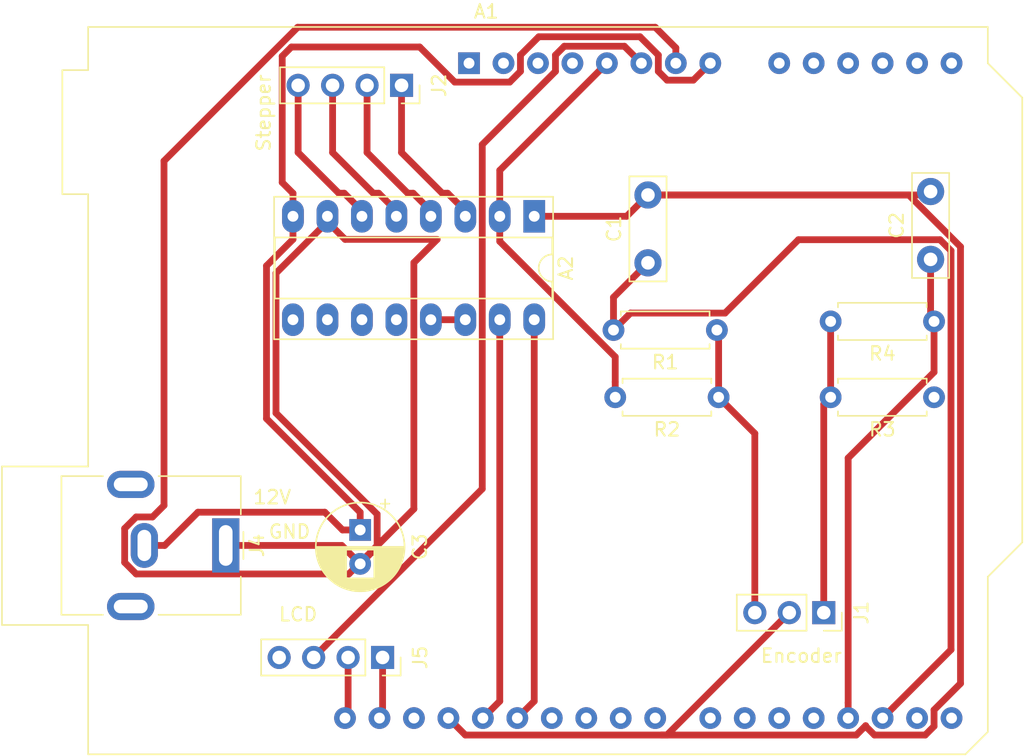
<source format=kicad_pcb>
(kicad_pcb (version 20171130) (host pcbnew "(5.1.2)-2")

  (general
    (thickness 1.6)
    (drawings 5)
    (tracks 136)
    (zones 0)
    (modules 13)
    (nets 45)
  )

  (page A4)
  (layers
    (0 F.Cu signal)
    (31 B.Cu signal)
    (32 B.Adhes user)
    (33 F.Adhes user)
    (34 B.Paste user)
    (35 F.Paste user)
    (36 B.SilkS user)
    (37 F.SilkS user)
    (38 B.Mask user)
    (39 F.Mask user)
    (40 Dwgs.User user)
    (41 Cmts.User user)
    (42 Eco1.User user)
    (43 Eco2.User user)
    (44 Edge.Cuts user)
    (45 Margin user)
    (46 B.CrtYd user)
    (47 F.CrtYd user)
    (48 B.Fab user)
    (49 F.Fab user)
  )

  (setup
    (last_trace_width 0.5)
    (user_trace_width 0.5)
    (trace_clearance 0.2)
    (zone_clearance 0.508)
    (zone_45_only no)
    (trace_min 0.2)
    (via_size 0.8)
    (via_drill 0.4)
    (via_min_size 0.4)
    (via_min_drill 0.3)
    (uvia_size 0.3)
    (uvia_drill 0.1)
    (uvias_allowed no)
    (uvia_min_size 0.2)
    (uvia_min_drill 0.1)
    (edge_width 0.05)
    (segment_width 0.2)
    (pcb_text_width 0.3)
    (pcb_text_size 1.5 1.5)
    (mod_edge_width 0.12)
    (mod_text_size 1 1)
    (mod_text_width 0.15)
    (pad_size 1.524 1.524)
    (pad_drill 0.762)
    (pad_to_mask_clearance 0.051)
    (solder_mask_min_width 0.25)
    (aux_axis_origin 0 0)
    (visible_elements 7FFFFFFF)
    (pcbplotparams
      (layerselection 0x010fc_ffffffff)
      (usegerberextensions false)
      (usegerberattributes false)
      (usegerberadvancedattributes false)
      (creategerberjobfile false)
      (excludeedgelayer true)
      (linewidth 0.100000)
      (plotframeref false)
      (viasonmask false)
      (mode 1)
      (useauxorigin false)
      (hpglpennumber 1)
      (hpglpenspeed 20)
      (hpglpendiameter 15.000000)
      (psnegative false)
      (psa4output false)
      (plotreference true)
      (plotvalue true)
      (plotinvisibletext false)
      (padsonsilk false)
      (subtractmaskfromsilk false)
      (outputformat 1)
      (mirror false)
      (drillshape 1)
      (scaleselection 1)
      (outputdirectory ""))
  )

  (net 0 "")
  (net 1 "Net-(A1-Pad32)")
  (net 2 "Net-(A1-Pad31)")
  (net 3 "Net-(A1-Pad1)")
  (net 4 "Net-(A1-Pad17)")
  (net 5 "Net-(A1-Pad2)")
  (net 6 "Net-(A1-Pad18)")
  (net 7 "Net-(A1-Pad3)")
  (net 8 "Net-(A1-Pad19)")
  (net 9 "Net-(A1-Pad4)")
  (net 10 "Net-(A1-Pad20)")
  (net 11 "Net-(A1-Pad5)")
  (net 12 "Net-(A1-Pad21)")
  (net 13 "Net-(A1-Pad6)")
  (net 14 "Net-(A1-Pad22)")
  (net 15 "Net-(A1-Pad7)")
  (net 16 "Net-(A1-Pad23)")
  (net 17 "Net-(A1-Pad8)")
  (net 18 "Net-(A1-Pad24)")
  (net 19 "Net-(A1-Pad9)")
  (net 20 "Net-(A1-Pad25)")
  (net 21 "Net-(A1-Pad10)")
  (net 22 "Net-(A1-Pad26)")
  (net 23 "Net-(A1-Pad11)")
  (net 24 "Net-(A1-Pad27)")
  (net 25 "Net-(A1-Pad12)")
  (net 26 "Net-(A1-Pad28)")
  (net 27 "Net-(A1-Pad13)")
  (net 28 "Net-(A1-Pad29)")
  (net 29 "Net-(A1-Pad14)")
  (net 30 "Net-(A1-Pad30)")
  (net 31 "Net-(A1-Pad15)")
  (net 32 "Net-(A1-Pad16)")
  (net 33 "Net-(A2-Pad9)")
  (net 34 "Net-(A2-Pad10)")
  (net 35 "Net-(A2-Pad3)")
  (net 36 "Net-(A2-Pad11)")
  (net 37 "Net-(A2-Pad4)")
  (net 38 "Net-(A2-Pad12)")
  (net 39 "Net-(A2-Pad5)")
  (net 40 "Net-(A2-Pad13)")
  (net 41 "Net-(A2-Pad6)")
  (net 42 "Net-(J1-Pad1)")
  (net 43 "Net-(J1-Pad3)")
  (net 44 "Net-(J5-Pad4)")

  (net_class Default "This is the default net class."
    (clearance 0.2)
    (trace_width 0.25)
    (via_dia 0.8)
    (via_drill 0.4)
    (uvia_dia 0.3)
    (uvia_drill 0.1)
    (add_net "Net-(A1-Pad1)")
    (add_net "Net-(A1-Pad10)")
    (add_net "Net-(A1-Pad11)")
    (add_net "Net-(A1-Pad12)")
    (add_net "Net-(A1-Pad13)")
    (add_net "Net-(A1-Pad14)")
    (add_net "Net-(A1-Pad15)")
    (add_net "Net-(A1-Pad16)")
    (add_net "Net-(A1-Pad17)")
    (add_net "Net-(A1-Pad18)")
    (add_net "Net-(A1-Pad19)")
    (add_net "Net-(A1-Pad2)")
    (add_net "Net-(A1-Pad20)")
    (add_net "Net-(A1-Pad21)")
    (add_net "Net-(A1-Pad22)")
    (add_net "Net-(A1-Pad23)")
    (add_net "Net-(A1-Pad24)")
    (add_net "Net-(A1-Pad25)")
    (add_net "Net-(A1-Pad26)")
    (add_net "Net-(A1-Pad27)")
    (add_net "Net-(A1-Pad28)")
    (add_net "Net-(A1-Pad29)")
    (add_net "Net-(A1-Pad3)")
    (add_net "Net-(A1-Pad30)")
    (add_net "Net-(A1-Pad31)")
    (add_net "Net-(A1-Pad32)")
    (add_net "Net-(A1-Pad4)")
    (add_net "Net-(A1-Pad5)")
    (add_net "Net-(A1-Pad6)")
    (add_net "Net-(A1-Pad7)")
    (add_net "Net-(A1-Pad8)")
    (add_net "Net-(A1-Pad9)")
    (add_net "Net-(A2-Pad10)")
    (add_net "Net-(A2-Pad11)")
    (add_net "Net-(A2-Pad12)")
    (add_net "Net-(A2-Pad13)")
    (add_net "Net-(A2-Pad3)")
    (add_net "Net-(A2-Pad4)")
    (add_net "Net-(A2-Pad5)")
    (add_net "Net-(A2-Pad6)")
    (add_net "Net-(A2-Pad9)")
    (add_net "Net-(J1-Pad1)")
    (add_net "Net-(J1-Pad3)")
    (add_net "Net-(J5-Pad4)")
  )

  (module Module:Arduino_UNO_R3 (layer F.Cu) (tedit 58AB60FC) (tstamp 60B37C4A)
    (at 165.502001 83.079001)
    (descr "Arduino UNO R3, http://www.mouser.com/pdfdocs/Gravitech_Arduino_Nano3_0.pdf")
    (tags "Arduino UNO R3")
    (path /60B2A960)
    (fp_text reference A1 (at 1.27 -3.81 180) (layer F.SilkS)
      (effects (font (size 1 1) (thickness 0.15)))
    )
    (fp_text value Arduino_UNO_R3 (at 0 22.86) (layer F.Fab)
      (effects (font (size 1 1) (thickness 0.15)))
    )
    (fp_text user %R (at 0 20.32 180) (layer F.Fab)
      (effects (font (size 1 1) (thickness 0.15)))
    )
    (fp_line (start 38.35 -2.79) (end 38.35 0) (layer F.CrtYd) (width 0.05))
    (fp_line (start 38.35 0) (end 40.89 2.54) (layer F.CrtYd) (width 0.05))
    (fp_line (start 40.89 2.54) (end 40.89 35.31) (layer F.CrtYd) (width 0.05))
    (fp_line (start 40.89 35.31) (end 38.35 37.85) (layer F.CrtYd) (width 0.05))
    (fp_line (start 38.35 37.85) (end 38.35 49.28) (layer F.CrtYd) (width 0.05))
    (fp_line (start 38.35 49.28) (end 36.58 51.05) (layer F.CrtYd) (width 0.05))
    (fp_line (start 36.58 51.05) (end -28.19 51.05) (layer F.CrtYd) (width 0.05))
    (fp_line (start -28.19 51.05) (end -28.19 41.53) (layer F.CrtYd) (width 0.05))
    (fp_line (start -28.19 41.53) (end -34.54 41.53) (layer F.CrtYd) (width 0.05))
    (fp_line (start -34.54 41.53) (end -34.54 29.59) (layer F.CrtYd) (width 0.05))
    (fp_line (start -34.54 29.59) (end -28.19 29.59) (layer F.CrtYd) (width 0.05))
    (fp_line (start -28.19 29.59) (end -28.19 9.78) (layer F.CrtYd) (width 0.05))
    (fp_line (start -28.19 9.78) (end -30.1 9.78) (layer F.CrtYd) (width 0.05))
    (fp_line (start -30.1 9.78) (end -30.1 0.38) (layer F.CrtYd) (width 0.05))
    (fp_line (start -30.1 0.38) (end -28.19 0.38) (layer F.CrtYd) (width 0.05))
    (fp_line (start -28.19 0.38) (end -28.19 -2.79) (layer F.CrtYd) (width 0.05))
    (fp_line (start -28.19 -2.79) (end 38.35 -2.79) (layer F.CrtYd) (width 0.05))
    (fp_line (start 40.77 35.31) (end 40.77 2.54) (layer F.SilkS) (width 0.12))
    (fp_line (start 40.77 2.54) (end 38.23 0) (layer F.SilkS) (width 0.12))
    (fp_line (start 38.23 0) (end 38.23 -2.67) (layer F.SilkS) (width 0.12))
    (fp_line (start 38.23 -2.67) (end -28.07 -2.67) (layer F.SilkS) (width 0.12))
    (fp_line (start -28.07 -2.67) (end -28.07 0.51) (layer F.SilkS) (width 0.12))
    (fp_line (start -28.07 0.51) (end -29.97 0.51) (layer F.SilkS) (width 0.12))
    (fp_line (start -29.97 0.51) (end -29.97 9.65) (layer F.SilkS) (width 0.12))
    (fp_line (start -29.97 9.65) (end -28.07 9.65) (layer F.SilkS) (width 0.12))
    (fp_line (start -28.07 9.65) (end -28.07 29.72) (layer F.SilkS) (width 0.12))
    (fp_line (start -28.07 29.72) (end -34.42 29.72) (layer F.SilkS) (width 0.12))
    (fp_line (start -34.42 29.72) (end -34.42 41.4) (layer F.SilkS) (width 0.12))
    (fp_line (start -34.42 41.4) (end -28.07 41.4) (layer F.SilkS) (width 0.12))
    (fp_line (start -28.07 41.4) (end -28.07 50.93) (layer F.SilkS) (width 0.12))
    (fp_line (start -28.07 50.93) (end 36.58 50.93) (layer F.SilkS) (width 0.12))
    (fp_line (start 36.58 50.93) (end 38.23 49.28) (layer F.SilkS) (width 0.12))
    (fp_line (start 38.23 49.28) (end 38.23 37.85) (layer F.SilkS) (width 0.12))
    (fp_line (start 38.23 37.85) (end 40.77 35.31) (layer F.SilkS) (width 0.12))
    (fp_line (start -34.29 29.84) (end -18.41 29.84) (layer F.Fab) (width 0.1))
    (fp_line (start -18.41 29.84) (end -18.41 41.27) (layer F.Fab) (width 0.1))
    (fp_line (start -18.41 41.27) (end -34.29 41.27) (layer F.Fab) (width 0.1))
    (fp_line (start -34.29 41.27) (end -34.29 29.84) (layer F.Fab) (width 0.1))
    (fp_line (start -29.84 0.64) (end -16.51 0.64) (layer F.Fab) (width 0.1))
    (fp_line (start -16.51 0.64) (end -16.51 9.53) (layer F.Fab) (width 0.1))
    (fp_line (start -16.51 9.53) (end -29.84 9.53) (layer F.Fab) (width 0.1))
    (fp_line (start -29.84 9.53) (end -29.84 0.64) (layer F.Fab) (width 0.1))
    (fp_line (start 38.1 37.85) (end 38.1 49.28) (layer F.Fab) (width 0.1))
    (fp_line (start 40.64 2.54) (end 40.64 35.31) (layer F.Fab) (width 0.1))
    (fp_line (start 40.64 35.31) (end 38.1 37.85) (layer F.Fab) (width 0.1))
    (fp_line (start 38.1 -2.54) (end 38.1 0) (layer F.Fab) (width 0.1))
    (fp_line (start 38.1 0) (end 40.64 2.54) (layer F.Fab) (width 0.1))
    (fp_line (start 38.1 49.28) (end 36.58 50.8) (layer F.Fab) (width 0.1))
    (fp_line (start 36.58 50.8) (end -27.94 50.8) (layer F.Fab) (width 0.1))
    (fp_line (start -27.94 50.8) (end -27.94 -2.54) (layer F.Fab) (width 0.1))
    (fp_line (start -27.94 -2.54) (end 38.1 -2.54) (layer F.Fab) (width 0.1))
    (pad 32 thru_hole oval (at -9.14 48.26 90) (size 1.6 1.6) (drill 0.8) (layers *.Cu *.Mask)
      (net 1 "Net-(A1-Pad32)"))
    (pad 31 thru_hole oval (at -6.6 48.26 90) (size 1.6 1.6) (drill 0.8) (layers *.Cu *.Mask)
      (net 2 "Net-(A1-Pad31)"))
    (pad 1 thru_hole rect (at 0 0 90) (size 1.6 1.6) (drill 0.8) (layers *.Cu *.Mask)
      (net 3 "Net-(A1-Pad1)"))
    (pad 17 thru_hole oval (at 30.48 48.26 90) (size 1.6 1.6) (drill 0.8) (layers *.Cu *.Mask)
      (net 4 "Net-(A1-Pad17)"))
    (pad 2 thru_hole oval (at 2.54 0 90) (size 1.6 1.6) (drill 0.8) (layers *.Cu *.Mask)
      (net 5 "Net-(A1-Pad2)"))
    (pad 18 thru_hole oval (at 27.94 48.26 90) (size 1.6 1.6) (drill 0.8) (layers *.Cu *.Mask)
      (net 6 "Net-(A1-Pad18)"))
    (pad 3 thru_hole oval (at 5.08 0 90) (size 1.6 1.6) (drill 0.8) (layers *.Cu *.Mask)
      (net 7 "Net-(A1-Pad3)"))
    (pad 19 thru_hole oval (at 25.4 48.26 90) (size 1.6 1.6) (drill 0.8) (layers *.Cu *.Mask)
      (net 8 "Net-(A1-Pad19)"))
    (pad 4 thru_hole oval (at 7.62 0 90) (size 1.6 1.6) (drill 0.8) (layers *.Cu *.Mask)
      (net 9 "Net-(A1-Pad4)"))
    (pad 20 thru_hole oval (at 22.86 48.26 90) (size 1.6 1.6) (drill 0.8) (layers *.Cu *.Mask)
      (net 10 "Net-(A1-Pad20)"))
    (pad 5 thru_hole oval (at 10.16 0 90) (size 1.6 1.6) (drill 0.8) (layers *.Cu *.Mask)
      (net 11 "Net-(A1-Pad5)"))
    (pad 21 thru_hole oval (at 20.32 48.26 90) (size 1.6 1.6) (drill 0.8) (layers *.Cu *.Mask)
      (net 12 "Net-(A1-Pad21)"))
    (pad 6 thru_hole oval (at 12.7 0 90) (size 1.6 1.6) (drill 0.8) (layers *.Cu *.Mask)
      (net 13 "Net-(A1-Pad6)"))
    (pad 22 thru_hole oval (at 17.78 48.26 90) (size 1.6 1.6) (drill 0.8) (layers *.Cu *.Mask)
      (net 14 "Net-(A1-Pad22)"))
    (pad 7 thru_hole oval (at 15.24 0 90) (size 1.6 1.6) (drill 0.8) (layers *.Cu *.Mask)
      (net 15 "Net-(A1-Pad7)"))
    (pad 23 thru_hole oval (at 13.72 48.26 90) (size 1.6 1.6) (drill 0.8) (layers *.Cu *.Mask)
      (net 16 "Net-(A1-Pad23)"))
    (pad 8 thru_hole oval (at 17.78 0 90) (size 1.6 1.6) (drill 0.8) (layers *.Cu *.Mask)
      (net 17 "Net-(A1-Pad8)"))
    (pad 24 thru_hole oval (at 11.18 48.26 90) (size 1.6 1.6) (drill 0.8) (layers *.Cu *.Mask)
      (net 18 "Net-(A1-Pad24)"))
    (pad 9 thru_hole oval (at 22.86 0 90) (size 1.6 1.6) (drill 0.8) (layers *.Cu *.Mask)
      (net 19 "Net-(A1-Pad9)"))
    (pad 25 thru_hole oval (at 8.64 48.26 90) (size 1.6 1.6) (drill 0.8) (layers *.Cu *.Mask)
      (net 20 "Net-(A1-Pad25)"))
    (pad 10 thru_hole oval (at 25.4 0 90) (size 1.6 1.6) (drill 0.8) (layers *.Cu *.Mask)
      (net 21 "Net-(A1-Pad10)"))
    (pad 26 thru_hole oval (at 6.1 48.26 90) (size 1.6 1.6) (drill 0.8) (layers *.Cu *.Mask)
      (net 22 "Net-(A1-Pad26)"))
    (pad 11 thru_hole oval (at 27.94 0 90) (size 1.6 1.6) (drill 0.8) (layers *.Cu *.Mask)
      (net 23 "Net-(A1-Pad11)"))
    (pad 27 thru_hole oval (at 3.56 48.26 90) (size 1.6 1.6) (drill 0.8) (layers *.Cu *.Mask)
      (net 24 "Net-(A1-Pad27)"))
    (pad 12 thru_hole oval (at 30.48 0 90) (size 1.6 1.6) (drill 0.8) (layers *.Cu *.Mask)
      (net 25 "Net-(A1-Pad12)"))
    (pad 28 thru_hole oval (at 1.02 48.26 90) (size 1.6 1.6) (drill 0.8) (layers *.Cu *.Mask)
      (net 26 "Net-(A1-Pad28)"))
    (pad 13 thru_hole oval (at 33.02 0 90) (size 1.6 1.6) (drill 0.8) (layers *.Cu *.Mask)
      (net 27 "Net-(A1-Pad13)"))
    (pad 29 thru_hole oval (at -1.52 48.26 90) (size 1.6 1.6) (drill 0.8) (layers *.Cu *.Mask)
      (net 28 "Net-(A1-Pad29)"))
    (pad 14 thru_hole oval (at 35.56 0 90) (size 1.6 1.6) (drill 0.8) (layers *.Cu *.Mask)
      (net 29 "Net-(A1-Pad14)"))
    (pad 30 thru_hole oval (at -4.06 48.26 90) (size 1.6 1.6) (drill 0.8) (layers *.Cu *.Mask)
      (net 30 "Net-(A1-Pad30)"))
    (pad 15 thru_hole oval (at 35.56 48.26 90) (size 1.6 1.6) (drill 0.8) (layers *.Cu *.Mask)
      (net 31 "Net-(A1-Pad15)"))
    (pad 16 thru_hole oval (at 33.02 48.26 90) (size 1.6 1.6) (drill 0.8) (layers *.Cu *.Mask)
      (net 32 "Net-(A1-Pad16)"))
    (model ${KISYS3DMOD}/Module.3dshapes/Arduino_UNO_R3.wrl
      (at (xyz 0 0 0))
      (scale (xyz 1 1 1))
      (rotate (xyz 0 0 0))
    )
  )

  (module Package_DIP:DIP-16_W7.62mm_Socket_LongPads (layer F.Cu) (tedit 5A02E8C5) (tstamp 60B37C76)
    (at 170.307 94.361 270)
    (descr "16-lead though-hole mounted DIP package, row spacing 7.62 mm (300 mils), Socket, LongPads")
    (tags "THT DIP DIL PDIP 2.54mm 7.62mm 300mil Socket LongPads")
    (path /60B2B8A1)
    (fp_text reference A2 (at 3.81 -2.33 90) (layer F.SilkS)
      (effects (font (size 1 1) (thickness 0.15)))
    )
    (fp_text value Pololu_Breakout_A4988 (at 3.81 20.11 90) (layer F.Fab)
      (effects (font (size 1 1) (thickness 0.15)))
    )
    (fp_arc (start 3.81 -1.33) (end 2.81 -1.33) (angle -180) (layer F.SilkS) (width 0.12))
    (fp_line (start 1.635 -1.27) (end 6.985 -1.27) (layer F.Fab) (width 0.1))
    (fp_line (start 6.985 -1.27) (end 6.985 19.05) (layer F.Fab) (width 0.1))
    (fp_line (start 6.985 19.05) (end 0.635 19.05) (layer F.Fab) (width 0.1))
    (fp_line (start 0.635 19.05) (end 0.635 -0.27) (layer F.Fab) (width 0.1))
    (fp_line (start 0.635 -0.27) (end 1.635 -1.27) (layer F.Fab) (width 0.1))
    (fp_line (start -1.27 -1.33) (end -1.27 19.11) (layer F.Fab) (width 0.1))
    (fp_line (start -1.27 19.11) (end 8.89 19.11) (layer F.Fab) (width 0.1))
    (fp_line (start 8.89 19.11) (end 8.89 -1.33) (layer F.Fab) (width 0.1))
    (fp_line (start 8.89 -1.33) (end -1.27 -1.33) (layer F.Fab) (width 0.1))
    (fp_line (start 2.81 -1.33) (end 1.56 -1.33) (layer F.SilkS) (width 0.12))
    (fp_line (start 1.56 -1.33) (end 1.56 19.11) (layer F.SilkS) (width 0.12))
    (fp_line (start 1.56 19.11) (end 6.06 19.11) (layer F.SilkS) (width 0.12))
    (fp_line (start 6.06 19.11) (end 6.06 -1.33) (layer F.SilkS) (width 0.12))
    (fp_line (start 6.06 -1.33) (end 4.81 -1.33) (layer F.SilkS) (width 0.12))
    (fp_line (start -1.44 -1.39) (end -1.44 19.17) (layer F.SilkS) (width 0.12))
    (fp_line (start -1.44 19.17) (end 9.06 19.17) (layer F.SilkS) (width 0.12))
    (fp_line (start 9.06 19.17) (end 9.06 -1.39) (layer F.SilkS) (width 0.12))
    (fp_line (start 9.06 -1.39) (end -1.44 -1.39) (layer F.SilkS) (width 0.12))
    (fp_line (start -1.55 -1.6) (end -1.55 19.4) (layer F.CrtYd) (width 0.05))
    (fp_line (start -1.55 19.4) (end 9.15 19.4) (layer F.CrtYd) (width 0.05))
    (fp_line (start 9.15 19.4) (end 9.15 -1.6) (layer F.CrtYd) (width 0.05))
    (fp_line (start 9.15 -1.6) (end -1.55 -1.6) (layer F.CrtYd) (width 0.05))
    (fp_text user %R (at 3.81 8.89 90) (layer F.Fab)
      (effects (font (size 1 1) (thickness 0.15)))
    )
    (pad 1 thru_hole rect (at 0 0 270) (size 2.4 1.6) (drill 0.8) (layers *.Cu *.Mask)
      (net 28 "Net-(A1-Pad29)"))
    (pad 9 thru_hole oval (at 7.62 17.78 270) (size 2.4 1.6) (drill 0.8) (layers *.Cu *.Mask)
      (net 33 "Net-(A2-Pad9)"))
    (pad 2 thru_hole oval (at 0 2.54 270) (size 2.4 1.6) (drill 0.8) (layers *.Cu *.Mask)
      (net 11 "Net-(A1-Pad5)"))
    (pad 10 thru_hole oval (at 7.62 15.24 270) (size 2.4 1.6) (drill 0.8) (layers *.Cu *.Mask)
      (net 34 "Net-(A2-Pad10)"))
    (pad 3 thru_hole oval (at 0 5.08 270) (size 2.4 1.6) (drill 0.8) (layers *.Cu *.Mask)
      (net 35 "Net-(A2-Pad3)"))
    (pad 11 thru_hole oval (at 7.62 12.7 270) (size 2.4 1.6) (drill 0.8) (layers *.Cu *.Mask)
      (net 36 "Net-(A2-Pad11)"))
    (pad 4 thru_hole oval (at 0 7.62 270) (size 2.4 1.6) (drill 0.8) (layers *.Cu *.Mask)
      (net 37 "Net-(A2-Pad4)"))
    (pad 12 thru_hole oval (at 7.62 10.16 270) (size 2.4 1.6) (drill 0.8) (layers *.Cu *.Mask)
      (net 38 "Net-(A2-Pad12)"))
    (pad 5 thru_hole oval (at 0 10.16 270) (size 2.4 1.6) (drill 0.8) (layers *.Cu *.Mask)
      (net 39 "Net-(A2-Pad5)"))
    (pad 13 thru_hole oval (at 7.62 7.62 270) (size 2.4 1.6) (drill 0.8) (layers *.Cu *.Mask)
      (net 40 "Net-(A2-Pad13)"))
    (pad 6 thru_hole oval (at 0 12.7 270) (size 2.4 1.6) (drill 0.8) (layers *.Cu *.Mask)
      (net 41 "Net-(A2-Pad6)"))
    (pad 14 thru_hole oval (at 7.62 5.08 270) (size 2.4 1.6) (drill 0.8) (layers *.Cu *.Mask)
      (net 40 "Net-(A2-Pad13)"))
    (pad 7 thru_hole oval (at 0 15.24 270) (size 2.4 1.6) (drill 0.8) (layers *.Cu *.Mask)
      (net 15 "Net-(A1-Pad7)"))
    (pad 15 thru_hole oval (at 7.62 2.54 270) (size 2.4 1.6) (drill 0.8) (layers *.Cu *.Mask)
      (net 26 "Net-(A1-Pad28)"))
    (pad 8 thru_hole oval (at 0 17.78 270) (size 2.4 1.6) (drill 0.8) (layers *.Cu *.Mask)
      (net 17 "Net-(A1-Pad8)"))
    (pad 16 thru_hole oval (at 7.62 0 270) (size 2.4 1.6) (drill 0.8) (layers *.Cu *.Mask)
      (net 24 "Net-(A1-Pad27)"))
    (model ${KISYS3DMOD}/Package_DIP.3dshapes/DIP-16_W7.62mm_Socket.wrl
      (at (xyz 0 0 0))
      (scale (xyz 1 1 1))
      (rotate (xyz 0 0 0))
    )
  )

  (module Capacitor_THT:C_Disc_D7.5mm_W2.5mm_P5.00mm (layer F.Cu) (tedit 5AE50EF0) (tstamp 60B37C89)
    (at 178.689 97.79 90)
    (descr "C, Disc series, Radial, pin pitch=5.00mm, , diameter*width=7.5*2.5mm^2, Capacitor, http://www.vishay.com/docs/28535/vy2series.pdf")
    (tags "C Disc series Radial pin pitch 5.00mm  diameter 7.5mm width 2.5mm Capacitor")
    (path /60B2F0AE)
    (fp_text reference C1 (at 2.5 -2.5 90) (layer F.SilkS)
      (effects (font (size 1 1) (thickness 0.15)))
    )
    (fp_text value CP (at 2.5 2.5 90) (layer F.Fab)
      (effects (font (size 1 1) (thickness 0.15)))
    )
    (fp_line (start -1.25 -1.25) (end -1.25 1.25) (layer F.Fab) (width 0.1))
    (fp_line (start -1.25 1.25) (end 6.25 1.25) (layer F.Fab) (width 0.1))
    (fp_line (start 6.25 1.25) (end 6.25 -1.25) (layer F.Fab) (width 0.1))
    (fp_line (start 6.25 -1.25) (end -1.25 -1.25) (layer F.Fab) (width 0.1))
    (fp_line (start -1.37 -1.37) (end 6.37 -1.37) (layer F.SilkS) (width 0.12))
    (fp_line (start -1.37 1.37) (end 6.37 1.37) (layer F.SilkS) (width 0.12))
    (fp_line (start -1.37 -1.37) (end -1.37 1.37) (layer F.SilkS) (width 0.12))
    (fp_line (start 6.37 -1.37) (end 6.37 1.37) (layer F.SilkS) (width 0.12))
    (fp_line (start -1.5 -1.5) (end -1.5 1.5) (layer F.CrtYd) (width 0.05))
    (fp_line (start -1.5 1.5) (end 6.5 1.5) (layer F.CrtYd) (width 0.05))
    (fp_line (start 6.5 1.5) (end 6.5 -1.5) (layer F.CrtYd) (width 0.05))
    (fp_line (start 6.5 -1.5) (end -1.5 -1.5) (layer F.CrtYd) (width 0.05))
    (fp_text user %R (at 2.5 0 90) (layer F.Fab)
      (effects (font (size 1 1) (thickness 0.15)))
    )
    (pad 1 thru_hole circle (at 0 0 90) (size 2 2) (drill 1) (layers *.Cu *.Mask)
      (net 4 "Net-(A1-Pad17)"))
    (pad 2 thru_hole circle (at 5 0 90) (size 2 2) (drill 1) (layers *.Cu *.Mask)
      (net 28 "Net-(A1-Pad29)"))
    (model ${KISYS3DMOD}/Capacitor_THT.3dshapes/C_Disc_D7.5mm_W2.5mm_P5.00mm.wrl
      (at (xyz 0 0 0))
      (scale (xyz 1 1 1))
      (rotate (xyz 0 0 0))
    )
  )

  (module Capacitor_THT:C_Disc_D7.5mm_W2.5mm_P5.00mm (layer F.Cu) (tedit 5AE50EF0) (tstamp 60B37C9C)
    (at 199.517 97.536 90)
    (descr "C, Disc series, Radial, pin pitch=5.00mm, , diameter*width=7.5*2.5mm^2, Capacitor, http://www.vishay.com/docs/28535/vy2series.pdf")
    (tags "C Disc series Radial pin pitch 5.00mm  diameter 7.5mm width 2.5mm Capacitor")
    (path /60B2FD76)
    (fp_text reference C2 (at 2.5 -2.5 90) (layer F.SilkS)
      (effects (font (size 1 1) (thickness 0.15)))
    )
    (fp_text value CP (at 2.5 2.5 90) (layer F.Fab)
      (effects (font (size 1 1) (thickness 0.15)))
    )
    (fp_text user %R (at 0.381 0 90) (layer F.Fab)
      (effects (font (size 1 1) (thickness 0.15)))
    )
    (fp_line (start 6.5 -1.5) (end -1.5 -1.5) (layer F.CrtYd) (width 0.05))
    (fp_line (start 6.5 1.5) (end 6.5 -1.5) (layer F.CrtYd) (width 0.05))
    (fp_line (start -1.5 1.5) (end 6.5 1.5) (layer F.CrtYd) (width 0.05))
    (fp_line (start -1.5 -1.5) (end -1.5 1.5) (layer F.CrtYd) (width 0.05))
    (fp_line (start 6.37 -1.37) (end 6.37 1.37) (layer F.SilkS) (width 0.12))
    (fp_line (start -1.37 -1.37) (end -1.37 1.37) (layer F.SilkS) (width 0.12))
    (fp_line (start -1.37 1.37) (end 6.37 1.37) (layer F.SilkS) (width 0.12))
    (fp_line (start -1.37 -1.37) (end 6.37 -1.37) (layer F.SilkS) (width 0.12))
    (fp_line (start 6.25 -1.25) (end -1.25 -1.25) (layer F.Fab) (width 0.1))
    (fp_line (start 6.25 1.25) (end 6.25 -1.25) (layer F.Fab) (width 0.1))
    (fp_line (start -1.25 1.25) (end 6.25 1.25) (layer F.Fab) (width 0.1))
    (fp_line (start -1.25 -1.25) (end -1.25 1.25) (layer F.Fab) (width 0.1))
    (pad 2 thru_hole circle (at 5 0 90) (size 2 2) (drill 1) (layers *.Cu *.Mask)
      (net 28 "Net-(A1-Pad29)"))
    (pad 1 thru_hole circle (at 0 0 90) (size 2 2) (drill 1) (layers *.Cu *.Mask)
      (net 6 "Net-(A1-Pad18)"))
    (model ${KISYS3DMOD}/Capacitor_THT.3dshapes/C_Disc_D7.5mm_W2.5mm_P5.00mm.wrl
      (at (xyz 0 0 0))
      (scale (xyz 1 1 1))
      (rotate (xyz 0 0 0))
    )
  )

  (module Capacitor_THT:CP_Radial_D6.3mm_P2.50mm (layer F.Cu) (tedit 5AE50EF0) (tstamp 60B37D30)
    (at 157.48 117.475 270)
    (descr "CP, Radial series, Radial, pin pitch=2.50mm, , diameter=6.3mm, Electrolytic Capacitor")
    (tags "CP Radial series Radial pin pitch 2.50mm  diameter 6.3mm Electrolytic Capacitor")
    (path /60B65C4A)
    (fp_text reference C3 (at 1.25 -4.4 90) (layer F.SilkS)
      (effects (font (size 1 1) (thickness 0.15)))
    )
    (fp_text value C (at 1.25 4.4 90) (layer F.Fab)
      (effects (font (size 1 1) (thickness 0.15)))
    )
    (fp_circle (center 1.25 0) (end 4.4 0) (layer F.Fab) (width 0.1))
    (fp_circle (center 1.25 0) (end 4.52 0) (layer F.SilkS) (width 0.12))
    (fp_circle (center 1.25 0) (end 4.65 0) (layer F.CrtYd) (width 0.05))
    (fp_line (start -1.443972 -1.3735) (end -0.813972 -1.3735) (layer F.Fab) (width 0.1))
    (fp_line (start -1.128972 -1.6885) (end -1.128972 -1.0585) (layer F.Fab) (width 0.1))
    (fp_line (start 1.25 -3.23) (end 1.25 3.23) (layer F.SilkS) (width 0.12))
    (fp_line (start 1.29 -3.23) (end 1.29 3.23) (layer F.SilkS) (width 0.12))
    (fp_line (start 1.33 -3.23) (end 1.33 3.23) (layer F.SilkS) (width 0.12))
    (fp_line (start 1.37 -3.228) (end 1.37 3.228) (layer F.SilkS) (width 0.12))
    (fp_line (start 1.41 -3.227) (end 1.41 3.227) (layer F.SilkS) (width 0.12))
    (fp_line (start 1.45 -3.224) (end 1.45 3.224) (layer F.SilkS) (width 0.12))
    (fp_line (start 1.49 -3.222) (end 1.49 -1.04) (layer F.SilkS) (width 0.12))
    (fp_line (start 1.49 1.04) (end 1.49 3.222) (layer F.SilkS) (width 0.12))
    (fp_line (start 1.53 -3.218) (end 1.53 -1.04) (layer F.SilkS) (width 0.12))
    (fp_line (start 1.53 1.04) (end 1.53 3.218) (layer F.SilkS) (width 0.12))
    (fp_line (start 1.57 -3.215) (end 1.57 -1.04) (layer F.SilkS) (width 0.12))
    (fp_line (start 1.57 1.04) (end 1.57 3.215) (layer F.SilkS) (width 0.12))
    (fp_line (start 1.61 -3.211) (end 1.61 -1.04) (layer F.SilkS) (width 0.12))
    (fp_line (start 1.61 1.04) (end 1.61 3.211) (layer F.SilkS) (width 0.12))
    (fp_line (start 1.65 -3.206) (end 1.65 -1.04) (layer F.SilkS) (width 0.12))
    (fp_line (start 1.65 1.04) (end 1.65 3.206) (layer F.SilkS) (width 0.12))
    (fp_line (start 1.69 -3.201) (end 1.69 -1.04) (layer F.SilkS) (width 0.12))
    (fp_line (start 1.69 1.04) (end 1.69 3.201) (layer F.SilkS) (width 0.12))
    (fp_line (start 1.73 -3.195) (end 1.73 -1.04) (layer F.SilkS) (width 0.12))
    (fp_line (start 1.73 1.04) (end 1.73 3.195) (layer F.SilkS) (width 0.12))
    (fp_line (start 1.77 -3.189) (end 1.77 -1.04) (layer F.SilkS) (width 0.12))
    (fp_line (start 1.77 1.04) (end 1.77 3.189) (layer F.SilkS) (width 0.12))
    (fp_line (start 1.81 -3.182) (end 1.81 -1.04) (layer F.SilkS) (width 0.12))
    (fp_line (start 1.81 1.04) (end 1.81 3.182) (layer F.SilkS) (width 0.12))
    (fp_line (start 1.85 -3.175) (end 1.85 -1.04) (layer F.SilkS) (width 0.12))
    (fp_line (start 1.85 1.04) (end 1.85 3.175) (layer F.SilkS) (width 0.12))
    (fp_line (start 1.89 -3.167) (end 1.89 -1.04) (layer F.SilkS) (width 0.12))
    (fp_line (start 1.89 1.04) (end 1.89 3.167) (layer F.SilkS) (width 0.12))
    (fp_line (start 1.93 -3.159) (end 1.93 -1.04) (layer F.SilkS) (width 0.12))
    (fp_line (start 1.93 1.04) (end 1.93 3.159) (layer F.SilkS) (width 0.12))
    (fp_line (start 1.971 -3.15) (end 1.971 -1.04) (layer F.SilkS) (width 0.12))
    (fp_line (start 1.971 1.04) (end 1.971 3.15) (layer F.SilkS) (width 0.12))
    (fp_line (start 2.011 -3.141) (end 2.011 -1.04) (layer F.SilkS) (width 0.12))
    (fp_line (start 2.011 1.04) (end 2.011 3.141) (layer F.SilkS) (width 0.12))
    (fp_line (start 2.051 -3.131) (end 2.051 -1.04) (layer F.SilkS) (width 0.12))
    (fp_line (start 2.051 1.04) (end 2.051 3.131) (layer F.SilkS) (width 0.12))
    (fp_line (start 2.091 -3.121) (end 2.091 -1.04) (layer F.SilkS) (width 0.12))
    (fp_line (start 2.091 1.04) (end 2.091 3.121) (layer F.SilkS) (width 0.12))
    (fp_line (start 2.131 -3.11) (end 2.131 -1.04) (layer F.SilkS) (width 0.12))
    (fp_line (start 2.131 1.04) (end 2.131 3.11) (layer F.SilkS) (width 0.12))
    (fp_line (start 2.171 -3.098) (end 2.171 -1.04) (layer F.SilkS) (width 0.12))
    (fp_line (start 2.171 1.04) (end 2.171 3.098) (layer F.SilkS) (width 0.12))
    (fp_line (start 2.211 -3.086) (end 2.211 -1.04) (layer F.SilkS) (width 0.12))
    (fp_line (start 2.211 1.04) (end 2.211 3.086) (layer F.SilkS) (width 0.12))
    (fp_line (start 2.251 -3.074) (end 2.251 -1.04) (layer F.SilkS) (width 0.12))
    (fp_line (start 2.251 1.04) (end 2.251 3.074) (layer F.SilkS) (width 0.12))
    (fp_line (start 2.291 -3.061) (end 2.291 -1.04) (layer F.SilkS) (width 0.12))
    (fp_line (start 2.291 1.04) (end 2.291 3.061) (layer F.SilkS) (width 0.12))
    (fp_line (start 2.331 -3.047) (end 2.331 -1.04) (layer F.SilkS) (width 0.12))
    (fp_line (start 2.331 1.04) (end 2.331 3.047) (layer F.SilkS) (width 0.12))
    (fp_line (start 2.371 -3.033) (end 2.371 -1.04) (layer F.SilkS) (width 0.12))
    (fp_line (start 2.371 1.04) (end 2.371 3.033) (layer F.SilkS) (width 0.12))
    (fp_line (start 2.411 -3.018) (end 2.411 -1.04) (layer F.SilkS) (width 0.12))
    (fp_line (start 2.411 1.04) (end 2.411 3.018) (layer F.SilkS) (width 0.12))
    (fp_line (start 2.451 -3.002) (end 2.451 -1.04) (layer F.SilkS) (width 0.12))
    (fp_line (start 2.451 1.04) (end 2.451 3.002) (layer F.SilkS) (width 0.12))
    (fp_line (start 2.491 -2.986) (end 2.491 -1.04) (layer F.SilkS) (width 0.12))
    (fp_line (start 2.491 1.04) (end 2.491 2.986) (layer F.SilkS) (width 0.12))
    (fp_line (start 2.531 -2.97) (end 2.531 -1.04) (layer F.SilkS) (width 0.12))
    (fp_line (start 2.531 1.04) (end 2.531 2.97) (layer F.SilkS) (width 0.12))
    (fp_line (start 2.571 -2.952) (end 2.571 -1.04) (layer F.SilkS) (width 0.12))
    (fp_line (start 2.571 1.04) (end 2.571 2.952) (layer F.SilkS) (width 0.12))
    (fp_line (start 2.611 -2.934) (end 2.611 -1.04) (layer F.SilkS) (width 0.12))
    (fp_line (start 2.611 1.04) (end 2.611 2.934) (layer F.SilkS) (width 0.12))
    (fp_line (start 2.651 -2.916) (end 2.651 -1.04) (layer F.SilkS) (width 0.12))
    (fp_line (start 2.651 1.04) (end 2.651 2.916) (layer F.SilkS) (width 0.12))
    (fp_line (start 2.691 -2.896) (end 2.691 -1.04) (layer F.SilkS) (width 0.12))
    (fp_line (start 2.691 1.04) (end 2.691 2.896) (layer F.SilkS) (width 0.12))
    (fp_line (start 2.731 -2.876) (end 2.731 -1.04) (layer F.SilkS) (width 0.12))
    (fp_line (start 2.731 1.04) (end 2.731 2.876) (layer F.SilkS) (width 0.12))
    (fp_line (start 2.771 -2.856) (end 2.771 -1.04) (layer F.SilkS) (width 0.12))
    (fp_line (start 2.771 1.04) (end 2.771 2.856) (layer F.SilkS) (width 0.12))
    (fp_line (start 2.811 -2.834) (end 2.811 -1.04) (layer F.SilkS) (width 0.12))
    (fp_line (start 2.811 1.04) (end 2.811 2.834) (layer F.SilkS) (width 0.12))
    (fp_line (start 2.851 -2.812) (end 2.851 -1.04) (layer F.SilkS) (width 0.12))
    (fp_line (start 2.851 1.04) (end 2.851 2.812) (layer F.SilkS) (width 0.12))
    (fp_line (start 2.891 -2.79) (end 2.891 -1.04) (layer F.SilkS) (width 0.12))
    (fp_line (start 2.891 1.04) (end 2.891 2.79) (layer F.SilkS) (width 0.12))
    (fp_line (start 2.931 -2.766) (end 2.931 -1.04) (layer F.SilkS) (width 0.12))
    (fp_line (start 2.931 1.04) (end 2.931 2.766) (layer F.SilkS) (width 0.12))
    (fp_line (start 2.971 -2.742) (end 2.971 -1.04) (layer F.SilkS) (width 0.12))
    (fp_line (start 2.971 1.04) (end 2.971 2.742) (layer F.SilkS) (width 0.12))
    (fp_line (start 3.011 -2.716) (end 3.011 -1.04) (layer F.SilkS) (width 0.12))
    (fp_line (start 3.011 1.04) (end 3.011 2.716) (layer F.SilkS) (width 0.12))
    (fp_line (start 3.051 -2.69) (end 3.051 -1.04) (layer F.SilkS) (width 0.12))
    (fp_line (start 3.051 1.04) (end 3.051 2.69) (layer F.SilkS) (width 0.12))
    (fp_line (start 3.091 -2.664) (end 3.091 -1.04) (layer F.SilkS) (width 0.12))
    (fp_line (start 3.091 1.04) (end 3.091 2.664) (layer F.SilkS) (width 0.12))
    (fp_line (start 3.131 -2.636) (end 3.131 -1.04) (layer F.SilkS) (width 0.12))
    (fp_line (start 3.131 1.04) (end 3.131 2.636) (layer F.SilkS) (width 0.12))
    (fp_line (start 3.171 -2.607) (end 3.171 -1.04) (layer F.SilkS) (width 0.12))
    (fp_line (start 3.171 1.04) (end 3.171 2.607) (layer F.SilkS) (width 0.12))
    (fp_line (start 3.211 -2.578) (end 3.211 -1.04) (layer F.SilkS) (width 0.12))
    (fp_line (start 3.211 1.04) (end 3.211 2.578) (layer F.SilkS) (width 0.12))
    (fp_line (start 3.251 -2.548) (end 3.251 -1.04) (layer F.SilkS) (width 0.12))
    (fp_line (start 3.251 1.04) (end 3.251 2.548) (layer F.SilkS) (width 0.12))
    (fp_line (start 3.291 -2.516) (end 3.291 -1.04) (layer F.SilkS) (width 0.12))
    (fp_line (start 3.291 1.04) (end 3.291 2.516) (layer F.SilkS) (width 0.12))
    (fp_line (start 3.331 -2.484) (end 3.331 -1.04) (layer F.SilkS) (width 0.12))
    (fp_line (start 3.331 1.04) (end 3.331 2.484) (layer F.SilkS) (width 0.12))
    (fp_line (start 3.371 -2.45) (end 3.371 -1.04) (layer F.SilkS) (width 0.12))
    (fp_line (start 3.371 1.04) (end 3.371 2.45) (layer F.SilkS) (width 0.12))
    (fp_line (start 3.411 -2.416) (end 3.411 -1.04) (layer F.SilkS) (width 0.12))
    (fp_line (start 3.411 1.04) (end 3.411 2.416) (layer F.SilkS) (width 0.12))
    (fp_line (start 3.451 -2.38) (end 3.451 -1.04) (layer F.SilkS) (width 0.12))
    (fp_line (start 3.451 1.04) (end 3.451 2.38) (layer F.SilkS) (width 0.12))
    (fp_line (start 3.491 -2.343) (end 3.491 -1.04) (layer F.SilkS) (width 0.12))
    (fp_line (start 3.491 1.04) (end 3.491 2.343) (layer F.SilkS) (width 0.12))
    (fp_line (start 3.531 -2.305) (end 3.531 -1.04) (layer F.SilkS) (width 0.12))
    (fp_line (start 3.531 1.04) (end 3.531 2.305) (layer F.SilkS) (width 0.12))
    (fp_line (start 3.571 -2.265) (end 3.571 2.265) (layer F.SilkS) (width 0.12))
    (fp_line (start 3.611 -2.224) (end 3.611 2.224) (layer F.SilkS) (width 0.12))
    (fp_line (start 3.651 -2.182) (end 3.651 2.182) (layer F.SilkS) (width 0.12))
    (fp_line (start 3.691 -2.137) (end 3.691 2.137) (layer F.SilkS) (width 0.12))
    (fp_line (start 3.731 -2.092) (end 3.731 2.092) (layer F.SilkS) (width 0.12))
    (fp_line (start 3.771 -2.044) (end 3.771 2.044) (layer F.SilkS) (width 0.12))
    (fp_line (start 3.811 -1.995) (end 3.811 1.995) (layer F.SilkS) (width 0.12))
    (fp_line (start 3.851 -1.944) (end 3.851 1.944) (layer F.SilkS) (width 0.12))
    (fp_line (start 3.891 -1.89) (end 3.891 1.89) (layer F.SilkS) (width 0.12))
    (fp_line (start 3.931 -1.834) (end 3.931 1.834) (layer F.SilkS) (width 0.12))
    (fp_line (start 3.971 -1.776) (end 3.971 1.776) (layer F.SilkS) (width 0.12))
    (fp_line (start 4.011 -1.714) (end 4.011 1.714) (layer F.SilkS) (width 0.12))
    (fp_line (start 4.051 -1.65) (end 4.051 1.65) (layer F.SilkS) (width 0.12))
    (fp_line (start 4.091 -1.581) (end 4.091 1.581) (layer F.SilkS) (width 0.12))
    (fp_line (start 4.131 -1.509) (end 4.131 1.509) (layer F.SilkS) (width 0.12))
    (fp_line (start 4.171 -1.432) (end 4.171 1.432) (layer F.SilkS) (width 0.12))
    (fp_line (start 4.211 -1.35) (end 4.211 1.35) (layer F.SilkS) (width 0.12))
    (fp_line (start 4.251 -1.262) (end 4.251 1.262) (layer F.SilkS) (width 0.12))
    (fp_line (start 4.291 -1.165) (end 4.291 1.165) (layer F.SilkS) (width 0.12))
    (fp_line (start 4.331 -1.059) (end 4.331 1.059) (layer F.SilkS) (width 0.12))
    (fp_line (start 4.371 -0.94) (end 4.371 0.94) (layer F.SilkS) (width 0.12))
    (fp_line (start 4.411 -0.802) (end 4.411 0.802) (layer F.SilkS) (width 0.12))
    (fp_line (start 4.451 -0.633) (end 4.451 0.633) (layer F.SilkS) (width 0.12))
    (fp_line (start 4.491 -0.402) (end 4.491 0.402) (layer F.SilkS) (width 0.12))
    (fp_line (start -2.250241 -1.839) (end -1.620241 -1.839) (layer F.SilkS) (width 0.12))
    (fp_line (start -1.935241 -2.154) (end -1.935241 -1.524) (layer F.SilkS) (width 0.12))
    (fp_text user %R (at 1.25 0 90) (layer F.Fab)
      (effects (font (size 1 1) (thickness 0.15)))
    )
    (pad 1 thru_hole rect (at 0 0 270) (size 1.6 1.6) (drill 0.8) (layers *.Cu *.Mask)
      (net 17 "Net-(A1-Pad8)"))
    (pad 2 thru_hole circle (at 2.5 0 270) (size 1.6 1.6) (drill 0.8) (layers *.Cu *.Mask)
      (net 15 "Net-(A1-Pad7)"))
    (model ${KISYS3DMOD}/Capacitor_THT.3dshapes/CP_Radial_D6.3mm_P2.50mm.wrl
      (at (xyz 0 0 0))
      (scale (xyz 1 1 1))
      (rotate (xyz 0 0 0))
    )
  )

  (module Connector_PinSocket_2.54mm:PinSocket_1x03_P2.54mm_Vertical (layer F.Cu) (tedit 5A19A429) (tstamp 60B37D47)
    (at 191.643 123.571 270)
    (descr "Through hole straight socket strip, 1x03, 2.54mm pitch, single row (from Kicad 4.0.7), script generated")
    (tags "Through hole socket strip THT 1x03 2.54mm single row")
    (path /60B5FDFD)
    (fp_text reference J1 (at 0 -2.77 90) (layer F.SilkS)
      (effects (font (size 1 1) (thickness 0.15)))
    )
    (fp_text value Encoder (at 0 7.85 90) (layer F.Fab)
      (effects (font (size 1 1) (thickness 0.15)))
    )
    (fp_line (start -1.27 -1.27) (end 0.635 -1.27) (layer F.Fab) (width 0.1))
    (fp_line (start 0.635 -1.27) (end 1.27 -0.635) (layer F.Fab) (width 0.1))
    (fp_line (start 1.27 -0.635) (end 1.27 6.35) (layer F.Fab) (width 0.1))
    (fp_line (start 1.27 6.35) (end -1.27 6.35) (layer F.Fab) (width 0.1))
    (fp_line (start -1.27 6.35) (end -1.27 -1.27) (layer F.Fab) (width 0.1))
    (fp_line (start -1.33 1.27) (end 1.33 1.27) (layer F.SilkS) (width 0.12))
    (fp_line (start -1.33 1.27) (end -1.33 6.41) (layer F.SilkS) (width 0.12))
    (fp_line (start -1.33 6.41) (end 1.33 6.41) (layer F.SilkS) (width 0.12))
    (fp_line (start 1.33 1.27) (end 1.33 6.41) (layer F.SilkS) (width 0.12))
    (fp_line (start 1.33 -1.33) (end 1.33 0) (layer F.SilkS) (width 0.12))
    (fp_line (start 0 -1.33) (end 1.33 -1.33) (layer F.SilkS) (width 0.12))
    (fp_line (start -1.8 -1.8) (end 1.75 -1.8) (layer F.CrtYd) (width 0.05))
    (fp_line (start 1.75 -1.8) (end 1.75 6.85) (layer F.CrtYd) (width 0.05))
    (fp_line (start 1.75 6.85) (end -1.8 6.85) (layer F.CrtYd) (width 0.05))
    (fp_line (start -1.8 6.85) (end -1.8 -1.8) (layer F.CrtYd) (width 0.05))
    (fp_text user %R (at 0.036999 1.349999) (layer F.Fab)
      (effects (font (size 1 1) (thickness 0.15)))
    )
    (pad 1 thru_hole rect (at 0 0 270) (size 1.7 1.7) (drill 1) (layers *.Cu *.Mask)
      (net 42 "Net-(J1-Pad1)"))
    (pad 2 thru_hole oval (at 0 2.54 270) (size 1.7 1.7) (drill 1) (layers *.Cu *.Mask)
      (net 28 "Net-(A1-Pad29)"))
    (pad 3 thru_hole oval (at 0 5.08 270) (size 1.7 1.7) (drill 1) (layers *.Cu *.Mask)
      (net 43 "Net-(J1-Pad3)"))
    (model ${KISYS3DMOD}/Connector_PinSocket_2.54mm.3dshapes/PinSocket_1x03_P2.54mm_Vertical.wrl
      (at (xyz 0 0 0))
      (scale (xyz 1 1 1))
      (rotate (xyz 0 0 0))
    )
  )

  (module Connector_PinSocket_2.54mm:PinSocket_1x04_P2.54mm_Vertical (layer F.Cu) (tedit 5A19A429) (tstamp 60B37D5F)
    (at 160.528 84.709 270)
    (descr "Through hole straight socket strip, 1x04, 2.54mm pitch, single row (from Kicad 4.0.7), script generated")
    (tags "Through hole socket strip THT 1x04 2.54mm single row")
    (path /60B50809)
    (fp_text reference J2 (at 0 -2.77 90) (layer F.SilkS)
      (effects (font (size 1 1) (thickness 0.15)))
    )
    (fp_text value Stepper (at 0 10.39 90) (layer F.Fab)
      (effects (font (size 1 1) (thickness 0.15)))
    )
    (fp_line (start -1.27 -1.27) (end 0.635 -1.27) (layer F.Fab) (width 0.1))
    (fp_line (start 0.635 -1.27) (end 1.27 -0.635) (layer F.Fab) (width 0.1))
    (fp_line (start 1.27 -0.635) (end 1.27 8.89) (layer F.Fab) (width 0.1))
    (fp_line (start 1.27 8.89) (end -1.27 8.89) (layer F.Fab) (width 0.1))
    (fp_line (start -1.27 8.89) (end -1.27 -1.27) (layer F.Fab) (width 0.1))
    (fp_line (start -1.33 1.27) (end 1.33 1.27) (layer F.SilkS) (width 0.12))
    (fp_line (start -1.33 1.27) (end -1.33 8.95) (layer F.SilkS) (width 0.12))
    (fp_line (start -1.33 8.95) (end 1.33 8.95) (layer F.SilkS) (width 0.12))
    (fp_line (start 1.33 1.27) (end 1.33 8.95) (layer F.SilkS) (width 0.12))
    (fp_line (start 1.33 -1.33) (end 1.33 0) (layer F.SilkS) (width 0.12))
    (fp_line (start 0 -1.33) (end 1.33 -1.33) (layer F.SilkS) (width 0.12))
    (fp_line (start -1.8 -1.8) (end 1.75 -1.8) (layer F.CrtYd) (width 0.05))
    (fp_line (start 1.75 -1.8) (end 1.75 9.4) (layer F.CrtYd) (width 0.05))
    (fp_line (start 1.75 9.4) (end -1.8 9.4) (layer F.CrtYd) (width 0.05))
    (fp_line (start -1.8 9.4) (end -1.8 -1.8) (layer F.CrtYd) (width 0.05))
    (fp_text user %R (at 0 3.81) (layer F.Fab)
      (effects (font (size 1 1) (thickness 0.15)))
    )
    (pad 1 thru_hole rect (at 0 0 270) (size 1.7 1.7) (drill 1) (layers *.Cu *.Mask)
      (net 35 "Net-(A2-Pad3)"))
    (pad 2 thru_hole oval (at 0 2.54 270) (size 1.7 1.7) (drill 1) (layers *.Cu *.Mask)
      (net 37 "Net-(A2-Pad4)"))
    (pad 3 thru_hole oval (at 0 5.08 270) (size 1.7 1.7) (drill 1) (layers *.Cu *.Mask)
      (net 39 "Net-(A2-Pad5)"))
    (pad 4 thru_hole oval (at 0 7.62 270) (size 1.7 1.7) (drill 1) (layers *.Cu *.Mask)
      (net 41 "Net-(A2-Pad6)"))
    (model ${KISYS3DMOD}/Connector_PinSocket_2.54mm.3dshapes/PinSocket_1x04_P2.54mm_Vertical.wrl
      (at (xyz 0 0 0))
      (scale (xyz 1 1 1))
      (rotate (xyz 0 0 0))
    )
  )

  (module Resistor_THT:R_Axial_DIN0207_L6.3mm_D2.5mm_P7.62mm_Horizontal (layer F.Cu) (tedit 5AE5139B) (tstamp 60B37D8E)
    (at 183.769 102.743 180)
    (descr "Resistor, Axial_DIN0207 series, Axial, Horizontal, pin pitch=7.62mm, 0.25W = 1/4W, length*diameter=6.3*2.5mm^2, http://cdn-reichelt.de/documents/datenblatt/B400/1_4W%23YAG.pdf")
    (tags "Resistor Axial_DIN0207 series Axial Horizontal pin pitch 7.62mm 0.25W = 1/4W length 6.3mm diameter 2.5mm")
    (path /60B2CC04)
    (fp_text reference R1 (at 3.81 -2.37) (layer F.SilkS)
      (effects (font (size 1 1) (thickness 0.15)))
    )
    (fp_text value R (at 3.81 2.37) (layer F.Fab)
      (effects (font (size 1 1) (thickness 0.15)))
    )
    (fp_text user %R (at 3.81 0) (layer F.Fab)
      (effects (font (size 1 1) (thickness 0.15)))
    )
    (fp_line (start 8.67 -1.5) (end -1.05 -1.5) (layer F.CrtYd) (width 0.05))
    (fp_line (start 8.67 1.5) (end 8.67 -1.5) (layer F.CrtYd) (width 0.05))
    (fp_line (start -1.05 1.5) (end 8.67 1.5) (layer F.CrtYd) (width 0.05))
    (fp_line (start -1.05 -1.5) (end -1.05 1.5) (layer F.CrtYd) (width 0.05))
    (fp_line (start 7.08 1.37) (end 7.08 1.04) (layer F.SilkS) (width 0.12))
    (fp_line (start 0.54 1.37) (end 7.08 1.37) (layer F.SilkS) (width 0.12))
    (fp_line (start 0.54 1.04) (end 0.54 1.37) (layer F.SilkS) (width 0.12))
    (fp_line (start 7.08 -1.37) (end 7.08 -1.04) (layer F.SilkS) (width 0.12))
    (fp_line (start 0.54 -1.37) (end 7.08 -1.37) (layer F.SilkS) (width 0.12))
    (fp_line (start 0.54 -1.04) (end 0.54 -1.37) (layer F.SilkS) (width 0.12))
    (fp_line (start 7.62 0) (end 6.96 0) (layer F.Fab) (width 0.1))
    (fp_line (start 0 0) (end 0.66 0) (layer F.Fab) (width 0.1))
    (fp_line (start 6.96 -1.25) (end 0.66 -1.25) (layer F.Fab) (width 0.1))
    (fp_line (start 6.96 1.25) (end 6.96 -1.25) (layer F.Fab) (width 0.1))
    (fp_line (start 0.66 1.25) (end 6.96 1.25) (layer F.Fab) (width 0.1))
    (fp_line (start 0.66 -1.25) (end 0.66 1.25) (layer F.Fab) (width 0.1))
    (pad 2 thru_hole oval (at 7.62 0 180) (size 1.6 1.6) (drill 0.8) (layers *.Cu *.Mask)
      (net 4 "Net-(A1-Pad17)"))
    (pad 1 thru_hole circle (at 0 0 180) (size 1.6 1.6) (drill 0.8) (layers *.Cu *.Mask)
      (net 43 "Net-(J1-Pad3)"))
    (model ${KISYS3DMOD}/Resistor_THT.3dshapes/R_Axial_DIN0207_L6.3mm_D2.5mm_P7.62mm_Horizontal.wrl
      (at (xyz 0 0 0))
      (scale (xyz 1 1 1))
      (rotate (xyz 0 0 0))
    )
  )

  (module Resistor_THT:R_Axial_DIN0207_L6.3mm_D2.5mm_P7.62mm_Horizontal (layer F.Cu) (tedit 5AE5139B) (tstamp 60B37DA5)
    (at 183.896 107.696 180)
    (descr "Resistor, Axial_DIN0207 series, Axial, Horizontal, pin pitch=7.62mm, 0.25W = 1/4W, length*diameter=6.3*2.5mm^2, http://cdn-reichelt.de/documents/datenblatt/B400/1_4W%23YAG.pdf")
    (tags "Resistor Axial_DIN0207 series Axial Horizontal pin pitch 7.62mm 0.25W = 1/4W length 6.3mm diameter 2.5mm")
    (path /60B2C502)
    (fp_text reference R2 (at 3.81 -2.37) (layer F.SilkS)
      (effects (font (size 1 1) (thickness 0.15)))
    )
    (fp_text value R (at 3.81 2.37) (layer F.Fab)
      (effects (font (size 1 1) (thickness 0.15)))
    )
    (fp_line (start 0.66 -1.25) (end 0.66 1.25) (layer F.Fab) (width 0.1))
    (fp_line (start 0.66 1.25) (end 6.96 1.25) (layer F.Fab) (width 0.1))
    (fp_line (start 6.96 1.25) (end 6.96 -1.25) (layer F.Fab) (width 0.1))
    (fp_line (start 6.96 -1.25) (end 0.66 -1.25) (layer F.Fab) (width 0.1))
    (fp_line (start 0 0) (end 0.66 0) (layer F.Fab) (width 0.1))
    (fp_line (start 7.62 0) (end 6.96 0) (layer F.Fab) (width 0.1))
    (fp_line (start 0.54 -1.04) (end 0.54 -1.37) (layer F.SilkS) (width 0.12))
    (fp_line (start 0.54 -1.37) (end 7.08 -1.37) (layer F.SilkS) (width 0.12))
    (fp_line (start 7.08 -1.37) (end 7.08 -1.04) (layer F.SilkS) (width 0.12))
    (fp_line (start 0.54 1.04) (end 0.54 1.37) (layer F.SilkS) (width 0.12))
    (fp_line (start 0.54 1.37) (end 7.08 1.37) (layer F.SilkS) (width 0.12))
    (fp_line (start 7.08 1.37) (end 7.08 1.04) (layer F.SilkS) (width 0.12))
    (fp_line (start -1.05 -1.5) (end -1.05 1.5) (layer F.CrtYd) (width 0.05))
    (fp_line (start -1.05 1.5) (end 8.67 1.5) (layer F.CrtYd) (width 0.05))
    (fp_line (start 8.67 1.5) (end 8.67 -1.5) (layer F.CrtYd) (width 0.05))
    (fp_line (start 8.67 -1.5) (end -1.05 -1.5) (layer F.CrtYd) (width 0.05))
    (fp_text user %R (at 3.81 0) (layer F.Fab)
      (effects (font (size 1 1) (thickness 0.15)))
    )
    (pad 1 thru_hole circle (at 0 0 180) (size 1.6 1.6) (drill 0.8) (layers *.Cu *.Mask)
      (net 43 "Net-(J1-Pad3)"))
    (pad 2 thru_hole oval (at 7.62 0 180) (size 1.6 1.6) (drill 0.8) (layers *.Cu *.Mask)
      (net 11 "Net-(A1-Pad5)"))
    (model ${KISYS3DMOD}/Resistor_THT.3dshapes/R_Axial_DIN0207_L6.3mm_D2.5mm_P7.62mm_Horizontal.wrl
      (at (xyz 0 0 0))
      (scale (xyz 1 1 1))
      (rotate (xyz 0 0 0))
    )
  )

  (module Resistor_THT:R_Axial_DIN0207_L6.3mm_D2.5mm_P7.62mm_Horizontal (layer F.Cu) (tedit 5AE5139B) (tstamp 60B37DBC)
    (at 199.771 107.696 180)
    (descr "Resistor, Axial_DIN0207 series, Axial, Horizontal, pin pitch=7.62mm, 0.25W = 1/4W, length*diameter=6.3*2.5mm^2, http://cdn-reichelt.de/documents/datenblatt/B400/1_4W%23YAG.pdf")
    (tags "Resistor Axial_DIN0207 series Axial Horizontal pin pitch 7.62mm 0.25W = 1/4W length 6.3mm diameter 2.5mm")
    (path /60B2D8A5)
    (fp_text reference R3 (at 3.81 -2.37) (layer F.SilkS)
      (effects (font (size 1 1) (thickness 0.15)))
    )
    (fp_text value R (at 3.81 2.37) (layer F.Fab)
      (effects (font (size 1 1) (thickness 0.15)))
    )
    (fp_line (start 0.66 -1.25) (end 0.66 1.25) (layer F.Fab) (width 0.1))
    (fp_line (start 0.66 1.25) (end 6.96 1.25) (layer F.Fab) (width 0.1))
    (fp_line (start 6.96 1.25) (end 6.96 -1.25) (layer F.Fab) (width 0.1))
    (fp_line (start 6.96 -1.25) (end 0.66 -1.25) (layer F.Fab) (width 0.1))
    (fp_line (start 0 0) (end 0.66 0) (layer F.Fab) (width 0.1))
    (fp_line (start 7.62 0) (end 6.96 0) (layer F.Fab) (width 0.1))
    (fp_line (start 0.54 -1.04) (end 0.54 -1.37) (layer F.SilkS) (width 0.12))
    (fp_line (start 0.54 -1.37) (end 7.08 -1.37) (layer F.SilkS) (width 0.12))
    (fp_line (start 7.08 -1.37) (end 7.08 -1.04) (layer F.SilkS) (width 0.12))
    (fp_line (start 0.54 1.04) (end 0.54 1.37) (layer F.SilkS) (width 0.12))
    (fp_line (start 0.54 1.37) (end 7.08 1.37) (layer F.SilkS) (width 0.12))
    (fp_line (start 7.08 1.37) (end 7.08 1.04) (layer F.SilkS) (width 0.12))
    (fp_line (start -1.05 -1.5) (end -1.05 1.5) (layer F.CrtYd) (width 0.05))
    (fp_line (start -1.05 1.5) (end 8.67 1.5) (layer F.CrtYd) (width 0.05))
    (fp_line (start 8.67 1.5) (end 8.67 -1.5) (layer F.CrtYd) (width 0.05))
    (fp_line (start 8.67 -1.5) (end -1.05 -1.5) (layer F.CrtYd) (width 0.05))
    (fp_text user %R (at 3.81 0) (layer F.Fab)
      (effects (font (size 1 1) (thickness 0.15)))
    )
    (pad 1 thru_hole circle (at 0 0 180) (size 1.6 1.6) (drill 0.8) (layers *.Cu *.Mask)
      (net 11 "Net-(A1-Pad5)"))
    (pad 2 thru_hole oval (at 7.62 0 180) (size 1.6 1.6) (drill 0.8) (layers *.Cu *.Mask)
      (net 42 "Net-(J1-Pad1)"))
    (model ${KISYS3DMOD}/Resistor_THT.3dshapes/R_Axial_DIN0207_L6.3mm_D2.5mm_P7.62mm_Horizontal.wrl
      (at (xyz 0 0 0))
      (scale (xyz 1 1 1))
      (rotate (xyz 0 0 0))
    )
  )

  (module Resistor_THT:R_Axial_DIN0207_L6.3mm_D2.5mm_P7.62mm_Horizontal (layer F.Cu) (tedit 5AE5139B) (tstamp 60B37DD3)
    (at 199.771 102.108 180)
    (descr "Resistor, Axial_DIN0207 series, Axial, Horizontal, pin pitch=7.62mm, 0.25W = 1/4W, length*diameter=6.3*2.5mm^2, http://cdn-reichelt.de/documents/datenblatt/B400/1_4W%23YAG.pdf")
    (tags "Resistor Axial_DIN0207 series Axial Horizontal pin pitch 7.62mm 0.25W = 1/4W length 6.3mm diameter 2.5mm")
    (path /60B2E776)
    (fp_text reference R4 (at 3.81 -2.37) (layer F.SilkS)
      (effects (font (size 1 1) (thickness 0.15)))
    )
    (fp_text value R (at 3.81 2.37) (layer F.Fab)
      (effects (font (size 1 1) (thickness 0.15)))
    )
    (fp_text user %R (at 4.445 0) (layer F.Fab)
      (effects (font (size 1 1) (thickness 0.15)))
    )
    (fp_line (start 8.67 -1.5) (end -1.05 -1.5) (layer F.CrtYd) (width 0.05))
    (fp_line (start 8.67 1.5) (end 8.67 -1.5) (layer F.CrtYd) (width 0.05))
    (fp_line (start -1.05 1.5) (end 8.67 1.5) (layer F.CrtYd) (width 0.05))
    (fp_line (start -1.05 -1.5) (end -1.05 1.5) (layer F.CrtYd) (width 0.05))
    (fp_line (start 7.08 1.37) (end 7.08 1.04) (layer F.SilkS) (width 0.12))
    (fp_line (start 0.54 1.37) (end 7.08 1.37) (layer F.SilkS) (width 0.12))
    (fp_line (start 0.54 1.04) (end 0.54 1.37) (layer F.SilkS) (width 0.12))
    (fp_line (start 7.08 -1.37) (end 7.08 -1.04) (layer F.SilkS) (width 0.12))
    (fp_line (start 0.54 -1.37) (end 7.08 -1.37) (layer F.SilkS) (width 0.12))
    (fp_line (start 0.54 -1.04) (end 0.54 -1.37) (layer F.SilkS) (width 0.12))
    (fp_line (start 7.62 0) (end 6.96 0) (layer F.Fab) (width 0.1))
    (fp_line (start 0 0) (end 0.66 0) (layer F.Fab) (width 0.1))
    (fp_line (start 6.96 -1.25) (end 0.66 -1.25) (layer F.Fab) (width 0.1))
    (fp_line (start 6.96 1.25) (end 6.96 -1.25) (layer F.Fab) (width 0.1))
    (fp_line (start 0.66 1.25) (end 6.96 1.25) (layer F.Fab) (width 0.1))
    (fp_line (start 0.66 -1.25) (end 0.66 1.25) (layer F.Fab) (width 0.1))
    (pad 2 thru_hole oval (at 7.62 0 180) (size 1.6 1.6) (drill 0.8) (layers *.Cu *.Mask)
      (net 42 "Net-(J1-Pad1)"))
    (pad 1 thru_hole circle (at 0 0 180) (size 1.6 1.6) (drill 0.8) (layers *.Cu *.Mask)
      (net 6 "Net-(A1-Pad18)"))
    (model ${KISYS3DMOD}/Resistor_THT.3dshapes/R_Axial_DIN0207_L6.3mm_D2.5mm_P7.62mm_Horizontal.wrl
      (at (xyz 0 0 0))
      (scale (xyz 1 1 1))
      (rotate (xyz 0 0 0))
    )
  )

  (module Connector_BarrelJack:BarrelJack_CUI_PJ-063AH_Horizontal (layer F.Cu) (tedit 5B0886BD) (tstamp 60B3987F)
    (at 147.574 118.618 270)
    (descr "Barrel Jack, 2.0mm ID, 5.5mm OD, 24V, 8A, no switch, https://www.cui.com/product/resource/pj-063ah.pdf")
    (tags "barrel jack cui dc power")
    (path /60B75360)
    (fp_text reference J4 (at 0 -2.3 90) (layer F.SilkS)
      (effects (font (size 1 1) (thickness 0.15)))
    )
    (fp_text value Power12V (at 0 13 90) (layer F.Fab)
      (effects (font (size 1 1) (thickness 0.15)))
    )
    (fp_line (start -5 -1) (end -1 -1) (layer F.Fab) (width 0.1))
    (fp_line (start -1 -1) (end 0 0) (layer F.Fab) (width 0.1))
    (fp_line (start 0 0) (end 1 -1) (layer F.Fab) (width 0.1))
    (fp_line (start 1 -1) (end 5 -1) (layer F.Fab) (width 0.1))
    (fp_line (start 5 -1) (end 5 12) (layer F.Fab) (width 0.1))
    (fp_line (start 5 12) (end -5 12) (layer F.Fab) (width 0.1))
    (fp_line (start -5 12) (end -5 -1) (layer F.Fab) (width 0.1))
    (fp_line (start -5.11 4.95) (end -5.11 -1.11) (layer F.SilkS) (width 0.12))
    (fp_line (start -5.11 -1.11) (end -2.3 -1.11) (layer F.SilkS) (width 0.12))
    (fp_line (start 2.3 -1.11) (end 5.11 -1.11) (layer F.SilkS) (width 0.12))
    (fp_line (start 5.11 -1.11) (end 5.11 4.95) (layer F.SilkS) (width 0.12))
    (fp_line (start 5.11 9.05) (end 5.11 12.11) (layer F.SilkS) (width 0.12))
    (fp_line (start 5.11 12.11) (end -5.11 12.11) (layer F.SilkS) (width 0.12))
    (fp_line (start -5.11 12.11) (end -5.11 9.05) (layer F.SilkS) (width 0.12))
    (fp_line (start -1 -1.3) (end 1 -1.3) (layer F.SilkS) (width 0.12))
    (fp_line (start -6 -1.5) (end -6 12.5) (layer F.CrtYd) (width 0.05))
    (fp_line (start -6 12.5) (end 6 12.5) (layer F.CrtYd) (width 0.05))
    (fp_line (start 6 12.5) (end 6 -1.5) (layer F.CrtYd) (width 0.05))
    (fp_line (start 6 -1.5) (end -6 -1.5) (layer F.CrtYd) (width 0.05))
    (fp_text user %R (at 0 5.5 90) (layer F.Fab)
      (effects (font (size 1 1) (thickness 0.15)))
    )
    (pad 1 thru_hole rect (at 0 0 270) (size 4 2) (drill oval 3 1) (layers *.Cu *.Mask)
      (net 15 "Net-(A1-Pad7)"))
    (pad 2 thru_hole oval (at 0 6 270) (size 3.3 2) (drill oval 2.3 1) (layers *.Cu *.Mask)
      (net 17 "Net-(A1-Pad8)"))
    (pad MP thru_hole oval (at -4.5 7 270) (size 2 3.5) (drill oval 1 2.5) (layers *.Cu *.Mask))
    (pad MP thru_hole oval (at 4.5 7 270) (size 2 3.5) (drill oval 1 2.5) (layers *.Cu *.Mask))
    (pad "" np_thru_hole circle (at 0 9 270) (size 1.6 1.6) (drill 1.6) (layers *.Cu *.Mask))
    (model ${KISYS3DMOD}/Connector_BarrelJack.3dshapes/BarrelJack_CUI_PJ-063AH_Horizontal.wrl
      (at (xyz 0 0 0))
      (scale (xyz 1 1 1))
      (rotate (xyz 0 0 0))
    )
  )

  (module Connector_PinSocket_2.54mm:PinSocket_1x04_P2.54mm_Vertical (layer F.Cu) (tedit 5A19A429) (tstamp 60B3BE56)
    (at 159.131 126.873 270)
    (descr "Through hole straight socket strip, 1x04, 2.54mm pitch, single row (from Kicad 4.0.7), script generated")
    (tags "Through hole socket strip THT 1x04 2.54mm single row")
    (path /60BA8100)
    (fp_text reference J5 (at 0 -2.77 90) (layer F.SilkS)
      (effects (font (size 1 1) (thickness 0.15)))
    )
    (fp_text value LCD-I2C (at 0 10.39 90) (layer F.Fab)
      (effects (font (size 1 1) (thickness 0.15)))
    )
    (fp_line (start -1.27 -1.27) (end 0.635 -1.27) (layer F.Fab) (width 0.1))
    (fp_line (start 0.635 -1.27) (end 1.27 -0.635) (layer F.Fab) (width 0.1))
    (fp_line (start 1.27 -0.635) (end 1.27 8.89) (layer F.Fab) (width 0.1))
    (fp_line (start 1.27 8.89) (end -1.27 8.89) (layer F.Fab) (width 0.1))
    (fp_line (start -1.27 8.89) (end -1.27 -1.27) (layer F.Fab) (width 0.1))
    (fp_line (start -1.33 1.27) (end 1.33 1.27) (layer F.SilkS) (width 0.12))
    (fp_line (start -1.33 1.27) (end -1.33 8.95) (layer F.SilkS) (width 0.12))
    (fp_line (start -1.33 8.95) (end 1.33 8.95) (layer F.SilkS) (width 0.12))
    (fp_line (start 1.33 1.27) (end 1.33 8.95) (layer F.SilkS) (width 0.12))
    (fp_line (start 1.33 -1.33) (end 1.33 0) (layer F.SilkS) (width 0.12))
    (fp_line (start 0 -1.33) (end 1.33 -1.33) (layer F.SilkS) (width 0.12))
    (fp_line (start -1.8 -1.8) (end 1.75 -1.8) (layer F.CrtYd) (width 0.05))
    (fp_line (start 1.75 -1.8) (end 1.75 9.4) (layer F.CrtYd) (width 0.05))
    (fp_line (start 1.75 9.4) (end -1.8 9.4) (layer F.CrtYd) (width 0.05))
    (fp_line (start -1.8 9.4) (end -1.8 -1.8) (layer F.CrtYd) (width 0.05))
    (fp_text user %R (at 0 3.81) (layer F.Fab)
      (effects (font (size 1 1) (thickness 0.15)))
    )
    (pad 1 thru_hole rect (at 0 0 270) (size 1.7 1.7) (drill 1) (layers *.Cu *.Mask)
      (net 2 "Net-(A1-Pad31)"))
    (pad 2 thru_hole oval (at 0 2.54 270) (size 1.7 1.7) (drill 1) (layers *.Cu *.Mask)
      (net 1 "Net-(A1-Pad32)"))
    (pad 3 thru_hole oval (at 0 5.08 270) (size 1.7 1.7) (drill 1) (layers *.Cu *.Mask)
      (net 13 "Net-(A1-Pad6)"))
    (pad 4 thru_hole oval (at 0 7.62 270) (size 1.7 1.7) (drill 1) (layers *.Cu *.Mask)
      (net 44 "Net-(J5-Pad4)"))
    (model ${KISYS3DMOD}/Connector_PinSocket_2.54mm.3dshapes/PinSocket_1x04_P2.54mm_Vertical.wrl
      (at (xyz 0 0 0))
      (scale (xyz 1 1 1))
      (rotate (xyz 0 0 0))
    )
  )

  (gr_text GND (at 152.273 117.602) (layer F.SilkS)
    (effects (font (size 1 1) (thickness 0.15)))
  )
  (gr_text 12V (at 151.003 115.062) (layer F.SilkS)
    (effects (font (size 1 1) (thickness 0.15)))
  )
  (gr_text LCD (at 152.908 123.698) (layer F.SilkS) (tstamp 60B3CB8A)
    (effects (font (size 1 1) (thickness 0.15)))
  )
  (gr_text Encoder (at 189.992 126.746) (layer F.SilkS)
    (effects (font (size 1 1) (thickness 0.15)))
  )
  (gr_text Stepper (at 150.368 86.741 90) (layer F.SilkS)
    (effects (font (size 1 1) (thickness 0.15)))
  )

  (segment (start 156.591 131.110002) (end 156.362001 131.339001) (width 0.5) (layer F.Cu) (net 1))
  (segment (start 156.591 126.873) (end 156.591 131.110002) (width 0.5) (layer F.Cu) (net 1))
  (segment (start 159.131 131.110002) (end 158.902001 131.339001) (width 0.5) (layer F.Cu) (net 2))
  (segment (start 159.131 126.873) (end 159.131 131.110002) (width 0.5) (layer F.Cu) (net 2))
  (segment (start 176.149 100.33) (end 176.149 102.743) (width 0.5) (layer F.Cu) (net 4))
  (segment (start 178.689 97.79) (end 176.149 100.33) (width 0.5) (layer F.Cu) (net 4))
  (segment (start 196.782 130.539002) (end 195.982001 131.339001) (width 0.5) (layer F.Cu) (net 4))
  (segment (start 201.021001 126.300001) (end 196.782 130.539002) (width 0.5) (layer F.Cu) (net 4))
  (segment (start 201.021001 96.893999) (end 201.021001 126.300001) (width 0.5) (layer F.Cu) (net 4))
  (segment (start 200.213001 96.085999) (end 201.021001 96.893999) (width 0.5) (layer F.Cu) (net 4))
  (segment (start 189.776001 96.085999) (end 200.213001 96.085999) (width 0.5) (layer F.Cu) (net 4))
  (segment (start 184.369001 101.492999) (end 189.776001 96.085999) (width 0.5) (layer F.Cu) (net 4))
  (segment (start 177.399001 101.492999) (end 184.369001 101.492999) (width 0.5) (layer F.Cu) (net 4))
  (segment (start 176.149 102.743) (end 177.399001 101.492999) (width 0.5) (layer F.Cu) (net 4))
  (segment (start 199.517 101.854) (end 199.771 102.108) (width 0.5) (layer F.Cu) (net 6))
  (segment (start 199.517 97.536) (end 199.517 101.854) (width 0.5) (layer F.Cu) (net 6))
  (segment (start 193.442001 130.207631) (end 193.442001 131.339001) (width 0.5) (layer F.Cu) (net 6))
  (segment (start 193.442001 112.174997) (end 193.442001 130.207631) (width 0.5) (layer F.Cu) (net 6))
  (segment (start 199.771 105.845998) (end 193.442001 112.174997) (width 0.5) (layer F.Cu) (net 6))
  (segment (start 199.771 102.108) (end 199.771 105.845998) (width 0.5) (layer F.Cu) (net 6))
  (segment (start 176.276 106.56463) (end 176.276 107.696) (width 0.5) (layer F.Cu) (net 11))
  (segment (start 176.276 104.720002) (end 176.276 106.56463) (width 0.5) (layer F.Cu) (net 11))
  (segment (start 167.767 96.211002) (end 176.276 104.720002) (width 0.5) (layer F.Cu) (net 11))
  (segment (start 167.767 94.361) (end 167.767 96.211002) (width 0.5) (layer F.Cu) (net 11))
  (segment (start 167.767 90.974002) (end 175.662001 83.079001) (width 0.5) (layer F.Cu) (net 11))
  (segment (start 167.767 94.361) (end 167.767 90.974002) (width 0.5) (layer F.Cu) (net 11))
  (segment (start 166.47701 114.44699) (end 154.900999 126.023001) (width 0.5) (layer F.Cu) (net 13))
  (segment (start 166.47701 89.073992) (end 166.47701 114.44699) (width 0.5) (layer F.Cu) (net 13))
  (segment (start 171.872 83.679002) (end 166.47701 89.073992) (width 0.5) (layer F.Cu) (net 13))
  (segment (start 171.872 82.479) (end 171.872 83.679002) (width 0.5) (layer F.Cu) (net 13))
  (segment (start 154.900999 126.023001) (end 154.051 126.873) (width 0.5) (layer F.Cu) (net 13))
  (segment (start 172.522 81.829) (end 171.872 82.479) (width 0.5) (layer F.Cu) (net 13))
  (segment (start 176.952 81.829) (end 172.522 81.829) (width 0.5) (layer F.Cu) (net 13))
  (segment (start 178.202001 83.079001) (end 176.952 81.829) (width 0.5) (layer F.Cu) (net 13))
  (segment (start 156.123 118.618) (end 157.48 119.975) (width 0.5) (layer F.Cu) (net 15))
  (segment (start 147.574 118.618) (end 156.123 118.618) (width 0.5) (layer F.Cu) (net 15))
  (segment (start 158.279999 119.175001) (end 157.48 119.975) (width 0.5) (layer F.Cu) (net 15))
  (segment (start 158.730001 118.724999) (end 158.279999 119.175001) (width 0.5) (layer F.Cu) (net 15))
  (segment (start 158.730001 116.314999) (end 158.730001 118.724999) (width 0.5) (layer F.Cu) (net 15))
  (segment (start 151.27699 98.55101) (end 151.27699 108.861988) (width 0.5) (layer F.Cu) (net 15))
  (segment (start 155.067 94.761) (end 151.27699 98.55101) (width 0.5) (layer F.Cu) (net 15))
  (segment (start 151.27699 108.861988) (end 158.730001 116.314999) (width 0.5) (layer F.Cu) (net 15))
  (segment (start 156.367 96.061) (end 155.067 94.761) (width 0.5) (layer F.Cu) (net 15))
  (segment (start 155.067 94.761) (end 155.067 94.361) (width 0.5) (layer F.Cu) (net 15))
  (segment (start 163.154781 96.061) (end 156.367 96.061) (width 0.5) (layer F.Cu) (net 15))
  (segment (start 161.43699 97.778791) (end 163.154781 96.061) (width 0.5) (layer F.Cu) (net 15))
  (segment (start 161.43699 115.928012) (end 161.43699 97.778791) (width 0.5) (layer F.Cu) (net 15))
  (segment (start 156.646992 120.71801) (end 161.43699 115.928012) (width 0.5) (layer F.Cu) (net 15))
  (segment (start 140.973387 120.71801) (end 156.646992 120.71801) (width 0.5) (layer F.Cu) (net 15))
  (segment (start 140.12399 117.367387) (end 140.12399 119.868613) (width 0.5) (layer F.Cu) (net 15))
  (segment (start 140.973387 116.51799) (end 140.12399 117.367387) (width 0.5) (layer F.Cu) (net 15))
  (segment (start 142.174613 116.51799) (end 140.973387 116.51799) (width 0.5) (layer F.Cu) (net 15))
  (segment (start 143.02401 115.668593) (end 142.174613 116.51799) (width 0.5) (layer F.Cu) (net 15))
  (segment (start 143.02401 90.282025) (end 143.02401 115.668593) (width 0.5) (layer F.Cu) (net 15))
  (segment (start 140.12399 119.868613) (end 140.973387 120.71801) (width 0.5) (layer F.Cu) (net 15))
  (segment (start 152.877055 80.42898) (end 143.02401 90.282025) (width 0.5) (layer F.Cu) (net 15))
  (segment (start 179.22335 80.42898) (end 152.877055 80.42898) (width 0.5) (layer F.Cu) (net 15))
  (segment (start 180.742001 81.947631) (end 179.22335 80.42898) (width 0.5) (layer F.Cu) (net 15))
  (segment (start 180.742001 83.079001) (end 180.742001 81.947631) (width 0.5) (layer F.Cu) (net 15))
  (segment (start 156.18 117.475) (end 157.48 117.475) (width 0.5) (layer F.Cu) (net 17))
  (segment (start 154.872999 116.167999) (end 156.18 117.475) (width 0.5) (layer F.Cu) (net 17))
  (segment (start 145.524001 116.167999) (end 154.872999 116.167999) (width 0.5) (layer F.Cu) (net 17))
  (segment (start 143.074 118.618) (end 145.524001 116.167999) (width 0.5) (layer F.Cu) (net 17))
  (segment (start 141.574 118.618) (end 143.074 118.618) (width 0.5) (layer F.Cu) (net 17))
  (segment (start 152.527 96.061) (end 152.527 94.361) (width 0.5) (layer F.Cu) (net 17))
  (segment (start 150.57698 98.01102) (end 152.527 96.061) (width 0.5) (layer F.Cu) (net 17))
  (segment (start 150.57698 109.27198) (end 150.57698 98.01102) (width 0.5) (layer F.Cu) (net 17))
  (segment (start 157.48 116.175) (end 150.57698 109.27198) (width 0.5) (layer F.Cu) (net 17))
  (segment (start 157.48 117.475) (end 157.48 116.175) (width 0.5) (layer F.Cu) (net 17))
  (segment (start 152.527 92.661) (end 152.527 94.361) (width 0.5) (layer F.Cu) (net 17))
  (segment (start 151.734999 91.868999) (end 152.527 92.661) (width 0.5) (layer F.Cu) (net 17))
  (segment (start 151.734999 82.560999) (end 151.734999 91.868999) (width 0.5) (layer F.Cu) (net 17))
  (segment (start 152.410999 81.884999) (end 151.734999 82.560999) (width 0.5) (layer F.Cu) (net 17))
  (segment (start 161.865001 81.884999) (end 152.410999 81.884999) (width 0.5) (layer F.Cu) (net 17))
  (segment (start 164.452004 84.472002) (end 161.865001 81.884999) (width 0.5) (layer F.Cu) (net 17))
  (segment (start 168.499002 84.472002) (end 164.452004 84.472002) (width 0.5) (layer F.Cu) (net 17))
  (segment (start 178.101992 81.12899) (end 170.642012 81.12899) (width 0.5) (layer F.Cu) (net 17))
  (segment (start 179.452002 83.679002) (end 179.452002 82.479) (width 0.5) (layer F.Cu) (net 17))
  (segment (start 169.292002 82.479) (end 169.292002 83.679002) (width 0.5) (layer F.Cu) (net 17))
  (segment (start 179.452002 82.479) (end 178.101992 81.12899) (width 0.5) (layer F.Cu) (net 17))
  (segment (start 180.102002 84.329002) (end 179.452002 83.679002) (width 0.5) (layer F.Cu) (net 17))
  (segment (start 170.642012 81.12899) (end 169.292002 82.479) (width 0.5) (layer F.Cu) (net 17))
  (segment (start 182.032 84.329002) (end 180.102002 84.329002) (width 0.5) (layer F.Cu) (net 17))
  (segment (start 169.292002 83.679002) (end 168.499002 84.472002) (width 0.5) (layer F.Cu) (net 17))
  (segment (start 183.282001 83.079001) (end 182.032 84.329002) (width 0.5) (layer F.Cu) (net 17))
  (segment (start 170.307 130.094002) (end 169.062001 131.339001) (width 0.5) (layer F.Cu) (net 24))
  (segment (start 170.307 101.981) (end 170.307 130.094002) (width 0.5) (layer F.Cu) (net 24))
  (segment (start 167.767 130.094002) (end 166.522001 131.339001) (width 0.5) (layer F.Cu) (net 26))
  (segment (start 167.767 101.981) (end 167.767 130.094002) (width 0.5) (layer F.Cu) (net 26))
  (segment (start 180.084998 132.589002) (end 189.103 123.571) (width 0.5) (layer F.Cu) (net 28))
  (segment (start 163.982001 131.339001) (end 165.232002 132.589002) (width 0.5) (layer F.Cu) (net 28))
  (segment (start 177.118 94.361) (end 178.689 92.79) (width 0.5) (layer F.Cu) (net 28))
  (segment (start 170.307 94.361) (end 177.118 94.361) (width 0.5) (layer F.Cu) (net 28))
  (segment (start 199.263 92.79) (end 199.517 92.536) (width 0.5) (layer F.Cu) (net 28))
  (segment (start 178.689 92.79) (end 199.263 92.79) (width 0.5) (layer F.Cu) (net 28))
  (segment (start 194.042002 132.589002) (end 179.703998 132.589002) (width 0.5) (layer F.Cu) (net 28))
  (segment (start 194.732 131.899004) (end 194.042002 132.589002) (width 0.5) (layer F.Cu) (net 28))
  (segment (start 194.732 131.939002) (end 194.732 131.899004) (width 0.5) (layer F.Cu) (net 28))
  (segment (start 199.772002 131.939002) (end 199.122002 132.589002) (width 0.5) (layer F.Cu) (net 28))
  (segment (start 195.382 132.589002) (end 194.732 131.939002) (width 0.5) (layer F.Cu) (net 28))
  (segment (start 201.721011 96.604046) (end 201.721011 128.789991) (width 0.5) (layer F.Cu) (net 28))
  (segment (start 197.906965 92.79) (end 201.721011 96.604046) (width 0.5) (layer F.Cu) (net 28))
  (segment (start 201.721011 128.789991) (end 199.772002 130.739) (width 0.5) (layer F.Cu) (net 28))
  (segment (start 178.689 92.79) (end 197.906965 92.79) (width 0.5) (layer F.Cu) (net 28))
  (segment (start 199.122002 132.589002) (end 195.382 132.589002) (width 0.5) (layer F.Cu) (net 28))
  (segment (start 199.772002 130.739) (end 199.772002 131.939002) (width 0.5) (layer F.Cu) (net 28))
  (segment (start 165.232002 132.589002) (end 179.703998 132.589002) (width 0.5) (layer F.Cu) (net 28))
  (segment (start 179.703998 132.589002) (end 180.084998 132.589002) (width 0.5) (layer F.Cu) (net 28))
  (segment (start 165.227 93.961) (end 165.227 94.361) (width 0.5) (layer F.Cu) (net 35))
  (segment (start 163.927 92.661) (end 165.227 93.961) (width 0.5) (layer F.Cu) (net 35))
  (segment (start 163.527 92.661) (end 163.927 92.661) (width 0.5) (layer F.Cu) (net 35))
  (segment (start 160.528 89.662) (end 163.527 92.661) (width 0.5) (layer F.Cu) (net 35))
  (segment (start 160.528 84.709) (end 160.528 89.662) (width 0.5) (layer F.Cu) (net 35))
  (segment (start 162.687 93.961) (end 162.687 94.361) (width 0.5) (layer F.Cu) (net 37))
  (segment (start 161.387 92.661) (end 162.687 93.961) (width 0.5) (layer F.Cu) (net 37))
  (segment (start 160.987 92.661) (end 161.387 92.661) (width 0.5) (layer F.Cu) (net 37))
  (segment (start 157.988 89.662) (end 160.987 92.661) (width 0.5) (layer F.Cu) (net 37))
  (segment (start 157.988 84.709) (end 157.988 89.662) (width 0.5) (layer F.Cu) (net 37))
  (segment (start 160.147 93.961) (end 160.147 94.361) (width 0.5) (layer F.Cu) (net 39))
  (segment (start 158.847 92.661) (end 160.147 93.961) (width 0.5) (layer F.Cu) (net 39))
  (segment (start 158.447 92.661) (end 158.847 92.661) (width 0.5) (layer F.Cu) (net 39))
  (segment (start 155.448 89.662) (end 158.447 92.661) (width 0.5) (layer F.Cu) (net 39))
  (segment (start 155.448 84.709) (end 155.448 89.662) (width 0.5) (layer F.Cu) (net 39))
  (segment (start 165.227 101.981) (end 162.687 101.981) (width 0.5) (layer F.Cu) (net 40))
  (segment (start 157.607 93.961) (end 157.607 94.361) (width 0.5) (layer F.Cu) (net 41))
  (segment (start 156.307 92.661) (end 157.607 93.961) (width 0.5) (layer F.Cu) (net 41))
  (segment (start 155.907 92.661) (end 156.307 92.661) (width 0.5) (layer F.Cu) (net 41))
  (segment (start 152.908 89.662) (end 155.907 92.661) (width 0.5) (layer F.Cu) (net 41))
  (segment (start 152.908 84.709) (end 152.908 89.662) (width 0.5) (layer F.Cu) (net 41))
  (segment (start 191.643 108.204) (end 192.151 107.696) (width 0.5) (layer F.Cu) (net 42))
  (segment (start 191.643 123.571) (end 191.643 108.204) (width 0.5) (layer F.Cu) (net 42))
  (segment (start 192.151 107.696) (end 192.151 102.108) (width 0.5) (layer F.Cu) (net 42))
  (segment (start 186.563 110.363) (end 183.896 107.696) (width 0.5) (layer F.Cu) (net 43))
  (segment (start 186.563 123.571) (end 186.563 110.363) (width 0.5) (layer F.Cu) (net 43))
  (segment (start 183.896 102.87) (end 183.769 102.743) (width 0.5) (layer F.Cu) (net 43))
  (segment (start 183.896 107.696) (end 183.896 102.87) (width 0.5) (layer F.Cu) (net 43))

)

</source>
